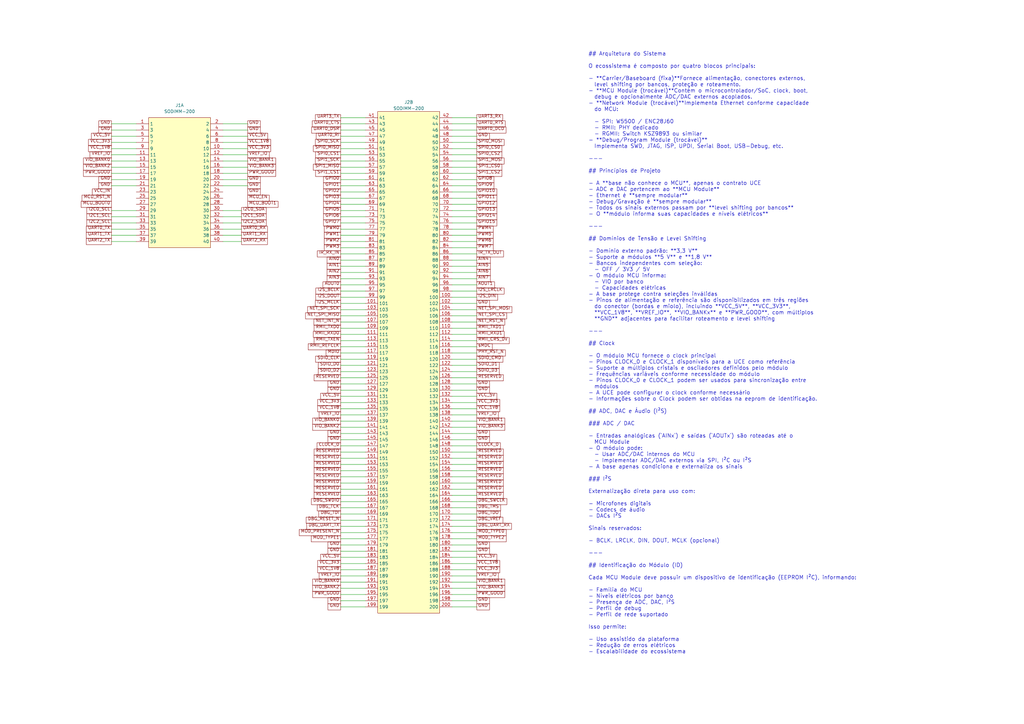
<source format=kicad_sch>
(kicad_sch (version 20250114) (generator "eeschema") (generator_version "9.0")
  (paper "A3")
  (title_block (title "UCE Bus (SO-DIMM 200)") (date "2025-12-31") (rev "0.5") (company "Rapport Tecnologia"))
  (lib_symbols
    (symbol "Connector:SODIMM-200"
      (property "Reference" "J" (at 0 1.27 0))
      (property "Value" "SODIMM-200" (at 0 -1.27 0))
      (symbol "SODIMM-200_1_1"
        (rectangle (start -12.7 25.4) (end 12.7 -27.94) (fill (type background)))
        (pin passive line (at -17.78 22.86 0) (length 5.08) (name "1") (number "1"))
        (pin passive line (at -17.78 20.32 0) (length 5.08) (name "3") (number "3"))
        (pin passive line (at -17.78 17.78 0) (length 5.08) (name "5") (number "5"))
        (pin passive line (at -17.78 15.24 0) (length 5.08) (name "7") (number "7"))
        (pin passive line (at -17.78 12.7 0) (length 5.08) (name "9") (number "9"))
        (pin passive line (at -17.78 10.16 0) (length 5.08) (name "11") (number "11"))
        (pin passive line (at -17.78 7.62 0) (length 5.08) (name "13") (number "13"))
        (pin passive line (at -17.78 5.08 0) (length 5.08) (name "15") (number "15"))
        (pin passive line (at -17.78 2.54 0) (length 5.08) (name "17") (number "17"))
        (pin passive line (at -17.78 0 0) (length 5.08) (name "19") (number "19"))
        (pin passive line (at -17.78 -2.54 0) (length 5.08) (name "21") (number "21"))
        (pin passive line (at -17.78 -5.08 0) (length 5.08) (name "23") (number "23"))
        (pin passive line (at -17.78 -7.62 0) (length 5.08) (name "25") (number "25"))
        (pin passive line (at -17.78 -10.16 0) (length 5.08) (name "27") (number "27"))
        (pin passive line (at -17.78 -12.7 0) (length 5.08) (name "29") (number "29"))
        (pin passive line (at -17.78 -15.24 0) (length 5.08) (name "31") (number "31"))
        (pin passive line (at -17.78 -17.78 0) (length 5.08) (name "33") (number "33"))
        (pin passive line (at -17.78 -20.32 0) (length 5.08) (name "35") (number "35"))
        (pin passive line (at -17.78 -22.86 0) (length 5.08) (name "37") (number "37"))
        (pin passive line (at -17.78 -25.4 0) (length 5.08) (name "39") (number "39"))
        (pin passive line (at 17.78 22.86 180) (length 5.08) (name "2") (number "2"))
        (pin passive line (at 17.78 20.32 180) (length 5.08) (name "4") (number "4"))
        (pin passive line (at 17.78 17.78 180) (length 5.08) (name "6") (number "6"))
        (pin passive line (at 17.78 15.24 180) (length 5.08) (name "8") (number "8"))
        (pin passive line (at 17.78 12.7 180) (length 5.08) (name "10") (number "10"))
        (pin passive line (at 17.78 10.16 180) (length 5.08) (name "12") (number "12"))
        (pin passive line (at 17.78 7.62 180) (length 5.08) (name "14") (number "14"))
        (pin passive line (at 17.78 5.08 180) (length 5.08) (name "16") (number "16"))
        (pin passive line (at 17.78 2.54 180) (length 5.08) (name "18") (number "18"))
        (pin passive line (at 17.78 0 180) (length 5.08) (name "20") (number "20"))
        (pin passive line (at 17.78 -2.54 180) (length 5.08) (name "22") (number "22"))
        (pin passive line (at 17.78 -5.08 180) (length 5.08) (name "24") (number "24"))
        (pin passive line (at 17.78 -7.62 180) (length 5.08) (name "26") (number "26"))
        (pin passive line (at 17.78 -10.16 180) (length 5.08) (name "28") (number "28"))
        (pin passive line (at 17.78 -12.7 180) (length 5.08) (name "30") (number "30"))
        (pin passive line (at 17.78 -15.24 180) (length 5.08) (name "32") (number "32"))
        (pin passive line (at 17.78 -17.78 180) (length 5.08) (name "34") (number "34"))
        (pin passive line (at 17.78 -20.32 180) (length 5.08) (name "36") (number "36"))
        (pin passive line (at 17.78 -22.86 180) (length 5.08) (name "38") (number "38"))
        (pin passive line (at 17.78 -25.4 180) (length 5.08) (name "40") (number "40"))
      )
      (symbol "SODIMM-200_2_1"
        (rectangle (start -12.7 -104.14) (end 12.7 101.6) (fill (type background)))
        (pin passive line (at -17.78 99.06 0) (length 5.08) (name "41") (number "41"))
        (pin passive line (at -17.78 96.52 0) (length 5.08) (name "43") (number "43"))
        (pin passive line (at -17.78 93.98 0) (length 5.08) (name "45") (number "45"))
        (pin passive line (at -17.78 91.44 0) (length 5.08) (name "47") (number "47"))
        (pin passive line (at -17.78 88.9 0) (length 5.08) (name "49") (number "49"))
        (pin passive line (at -17.78 86.36 0) (length 5.08) (name "51") (number "51"))
        (pin passive line (at -17.78 83.82 0) (length 5.08) (name "53") (number "53"))
        (pin passive line (at -17.78 81.28 0) (length 5.08) (name "55") (number "55"))
        (pin passive line (at -17.78 78.74 0) (length 5.08) (name "57") (number "57"))
        (pin passive line (at -17.78 76.2 0) (length 5.08) (name "59") (number "59"))
        (pin passive line (at -17.78 73.66 0) (length 5.08) (name "61") (number "61"))
        (pin passive line (at -17.78 71.12 0) (length 5.08) (name "63") (number "63"))
        (pin passive line (at -17.78 68.58 0) (length 5.08) (name "65") (number "65"))
        (pin passive line (at -17.78 66.04 0) (length 5.08) (name "67") (number "67"))
        (pin passive line (at -17.78 63.5 0) (length 5.08) (name "69") (number "69"))
        (pin passive line (at -17.78 60.96 0) (length 5.08) (name "71") (number "71"))
        (pin passive line (at -17.78 58.42 0) (length 5.08) (name "73") (number "73"))
        (pin passive line (at -17.78 55.88 0) (length 5.08) (name "75") (number "75"))
        (pin passive line (at -17.78 53.34 0) (length 5.08) (name "77") (number "77"))
        (pin passive line (at -17.78 50.8 0) (length 5.08) (name "79") (number "79"))
        (pin passive line (at -17.78 48.26 0) (length 5.08) (name "81") (number "81"))
        (pin passive line (at -17.78 45.72 0) (length 5.08) (name "83") (number "83"))
        (pin passive line (at -17.78 43.18 0) (length 5.08) (name "85") (number "85"))
        (pin passive line (at -17.78 40.64 0) (length 5.08) (name "87") (number "87"))
        (pin passive line (at -17.78 38.1 0) (length 5.08) (name "89") (number "89"))
        (pin passive line (at -17.78 35.56 0) (length 5.08) (name "91") (number "91"))
        (pin passive line (at -17.78 33.02 0) (length 5.08) (name "93") (number "93"))
        (pin passive line (at -17.78 30.48 0) (length 5.08) (name "95") (number "95"))
        (pin passive line (at -17.78 27.94 0) (length 5.08) (name "97") (number "97"))
        (pin passive line (at -17.78 25.4 0) (length 5.08) (name "99") (number "99"))
        (pin passive line (at -17.78 22.86 0) (length 5.08) (name "101") (number "101"))
        (pin passive line (at -17.78 20.32 0) (length 5.08) (name "103") (number "103"))
        (pin passive line (at -17.78 17.78 0) (length 5.08) (name "105") (number "105"))
        (pin passive line (at -17.78 15.24 0) (length 5.08) (name "107") (number "107"))
        (pin passive line (at -17.78 12.7 0) (length 5.08) (name "109") (number "109"))
        (pin passive line (at -17.78 10.16 0) (length 5.08) (name "111") (number "111"))
        (pin passive line (at -17.78 7.62 0) (length 5.08) (name "113") (number "113"))
        (pin passive line (at -17.78 5.08 0) (length 5.08) (name "115") (number "115"))
        (pin passive line (at -17.78 2.54 0) (length 5.08) (name "117") (number "117"))
        (pin passive line (at -17.78 0 0) (length 5.08) (name "119") (number "119"))
        (pin passive line (at -17.78 -2.54 0) (length 5.08) (name "121") (number "121"))
        (pin passive line (at -17.78 -5.08 0) (length 5.08) (name "123") (number "123"))
        (pin passive line (at -17.78 -7.62 0) (length 5.08) (name "125") (number "125"))
        (pin passive line (at -17.78 -10.16 0) (length 5.08) (name "127") (number "127"))
        (pin passive line (at -17.78 -12.7 0) (length 5.08) (name "129") (number "129"))
        (pin passive line (at -17.78 -15.24 0) (length 5.08) (name "131") (number "131"))
        (pin passive line (at -17.78 -17.78 0) (length 5.08) (name "133") (number "133"))
        (pin passive line (at -17.78 -20.32 0) (length 5.08) (name "135") (number "135"))
        (pin passive line (at -17.78 -22.86 0) (length 5.08) (name "137") (number "137"))
        (pin passive line (at -17.78 -25.4 0) (length 5.08) (name "139") (number "139"))
        (pin passive line (at -17.78 -27.94 0) (length 5.08) (name "141") (number "141"))
        (pin passive line (at -17.78 -30.48 0) (length 5.08) (name "143") (number "143"))
        (pin passive line (at -17.78 -33.02 0) (length 5.08) (name "145") (number "145"))
        (pin passive line (at -17.78 -35.56 0) (length 5.08) (name "147") (number "147"))
        (pin passive line (at -17.78 -38.1 0) (length 5.08) (name "149") (number "149"))
        (pin passive line (at -17.78 -40.64 0) (length 5.08) (name "151") (number "151"))
        (pin passive line (at -17.78 -43.18 0) (length 5.08) (name "153") (number "153"))
        (pin passive line (at -17.78 -45.72 0) (length 5.08) (name "155") (number "155"))
        (pin passive line (at -17.78 -48.26 0) (length 5.08) (name "157") (number "157"))
        (pin passive line (at -17.78 -50.8 0) (length 5.08) (name "159") (number "159"))
        (pin passive line (at -17.78 -53.34 0) (length 5.08) (name "161") (number "161"))
        (pin passive line (at -17.78 -55.88 0) (length 5.08) (name "163") (number "163"))
        (pin passive line (at -17.78 -58.42 0) (length 5.08) (name "165") (number "165"))
        (pin passive line (at -17.78 -60.96 0) (length 5.08) (name "167") (number "167"))
        (pin passive line (at -17.78 -63.5 0) (length 5.08) (name "169") (number "169"))
        (pin passive line (at -17.78 -66.04 0) (length 5.08) (name "171") (number "171"))
        (pin passive line (at -17.78 -68.58 0) (length 5.08) (name "173") (number "173"))
        (pin passive line (at -17.78 -71.12 0) (length 5.08) (name "175") (number "175"))
        (pin passive line (at -17.78 -73.66 0) (length 5.08) (name "177") (number "177"))
        (pin passive line (at -17.78 -76.2 0) (length 5.08) (name "179") (number "179"))
        (pin passive line (at -17.78 -78.74 0) (length 5.08) (name "181") (number "181"))
        (pin passive line (at -17.78 -81.28 0) (length 5.08) (name "183") (number "183"))
        (pin passive line (at -17.78 -83.82 0) (length 5.08) (name "185") (number "185"))
        (pin passive line (at -17.78 -86.36 0) (length 5.08) (name "187") (number "187"))
        (pin passive line (at -17.78 -88.9 0) (length 5.08) (name "189") (number "189"))
        (pin passive line (at -17.78 -91.44 0) (length 5.08) (name "191") (number "191"))
        (pin passive line (at -17.78 -93.98 0) (length 5.08) (name "193") (number "193"))
        (pin passive line (at -17.78 -96.52 0) (length 5.08) (name "195") (number "195"))
        (pin passive line (at -17.78 -99.06 0) (length 5.08) (name "197") (number "197"))
        (pin passive line (at -17.78 -101.6 0) (length 5.08) (name "199") (number "199"))
        (pin passive line (at 17.78 99.06 180) (length 5.08) (name "42") (number "42"))
        (pin passive line (at 17.78 96.52 180) (length 5.08) (name "44") (number "44"))
        (pin passive line (at 17.78 93.98 180) (length 5.08) (name "46") (number "46"))
        (pin passive line (at 17.78 91.44 180) (length 5.08) (name "48") (number "48"))
        (pin passive line (at 17.78 88.9 180) (length 5.08) (name "50") (number "50"))
        (pin passive line (at 17.78 86.36 180) (length 5.08) (name "52") (number "52"))
        (pin passive line (at 17.78 83.82 180) (length 5.08) (name "54") (number "54"))
        (pin passive line (at 17.78 81.28 180) (length 5.08) (name "56") (number "56"))
        (pin passive line (at 17.78 78.74 180) (length 5.08) (name "58") (number "58"))
        (pin passive line (at 17.78 76.2 180) (length 5.08) (name "60") (number "60"))
        (pin passive line (at 17.78 73.66 180) (length 5.08) (name "62") (number "62"))
        (pin passive line (at 17.78 71.12 180) (length 5.08) (name "64") (number "64"))
        (pin passive line (at 17.78 68.58 180) (length 5.08) (name "66") (number "66"))
        (pin passive line (at 17.78 66.04 180) (length 5.08) (name "68") (number "68"))
        (pin passive line (at 17.78 63.5 180) (length 5.08) (name "70") (number "70"))
        (pin passive line (at 17.78 60.96 180) (length 5.08) (name "72") (number "72"))
        (pin passive line (at 17.78 58.42 180) (length 5.08) (name "74") (number "74"))
        (pin passive line (at 17.78 55.88 180) (length 5.08) (name "76") (number "76"))
        (pin passive line (at 17.78 53.34 180) (length 5.08) (name "78") (number "78"))
        (pin passive line (at 17.78 50.8 180) (length 5.08) (name "80") (number "80"))
        (pin passive line (at 17.78 48.26 180) (length 5.08) (name "82") (number "82"))
        (pin passive line (at 17.78 45.72 180) (length 5.08) (name "84") (number "84"))
        (pin passive line (at 17.78 43.18 180) (length 5.08) (name "86") (number "86"))
        (pin passive line (at 17.78 40.64 180) (length 5.08) (name "88") (number "88"))
        (pin passive line (at 17.78 38.1 180) (length 5.08) (name "90") (number "90"))
        (pin passive line (at 17.78 35.56 180) (length 5.08) (name "92") (number "92"))
        (pin passive line (at 17.78 33.02 180) (length 5.08) (name "94") (number "94"))
        (pin passive line (at 17.78 30.48 180) (length 5.08) (name "96") (number "96"))
        (pin passive line (at 17.78 27.94 180) (length 5.08) (name "98") (number "98"))
        (pin passive line (at 17.78 25.4 180) (length 5.08) (name "100") (number "100"))
        (pin passive line (at 17.78 22.86 180) (length 5.08) (name "102") (number "102"))
        (pin passive line (at 17.78 20.32 180) (length 5.08) (name "104") (number "104"))
        (pin passive line (at 17.78 17.78 180) (length 5.08) (name "106") (number "106"))
        (pin passive line (at 17.78 15.24 180) (length 5.08) (name "108") (number "108"))
        (pin passive line (at 17.78 12.7 180) (length 5.08) (name "110") (number "110"))
        (pin passive line (at 17.78 10.16 180) (length 5.08) (name "112") (number "112"))
        (pin passive line (at 17.78 7.62 180) (length 5.08) (name "114") (number "114"))
        (pin passive line (at 17.78 5.08 180) (length 5.08) (name "116") (number "116"))
        (pin passive line (at 17.78 2.54 180) (length 5.08) (name "118") (number "118"))
        (pin passive line (at 17.78 0 180) (length 5.08) (name "120") (number "120"))
        (pin passive line (at 17.78 -2.54 180) (length 5.08) (name "122") (number "122"))
        (pin passive line (at 17.78 -5.08 180) (length 5.08) (name "124") (number "124"))
        (pin passive line (at 17.78 -7.62 180) (length 5.08) (name "126") (number "126"))
        (pin passive line (at 17.78 -10.16 180) (length 5.08) (name "128") (number "128"))
        (pin passive line (at 17.78 -12.7 180) (length 5.08) (name "130") (number "130"))
        (pin passive line (at 17.78 -15.24 180) (length 5.08) (name "132") (number "132"))
        (pin passive line (at 17.78 -17.78 180) (length 5.08) (name "134") (number "134"))
        (pin passive line (at 17.78 -20.32 180) (length 5.08) (name "136") (number "136"))
        (pin passive line (at 17.78 -22.86 180) (length 5.08) (name "138") (number "138"))
        (pin passive line (at 17.78 -25.4 180) (length 5.08) (name "140") (number "140"))
        (pin passive line (at 17.78 -27.94 180) (length 5.08) (name "142") (number "142"))
        (pin passive line (at 17.78 -30.48 180) (length 5.08) (name "144") (number "144"))
        (pin passive line (at 17.78 -33.02 180) (length 5.08) (name "146") (number "146"))
        (pin passive line (at 17.78 -35.56 180) (length 5.08) (name "148") (number "148"))
        (pin passive line (at 17.78 -38.1 180) (length 5.08) (name "150") (number "150"))
        (pin passive line (at 17.78 -40.64 180) (length 5.08) (name "152") (number "152"))
        (pin passive line (at 17.78 -43.18 180) (length 5.08) (name "154") (number "154"))
        (pin passive line (at 17.78 -45.72 180) (length 5.08) (name "156") (number "156"))
        (pin passive line (at 17.78 -48.26 180) (length 5.08) (name "158") (number "158"))
        (pin passive line (at 17.78 -50.8 180) (length 5.08) (name "160") (number "160"))
        (pin passive line (at 17.78 -53.34 180) (length 5.08) (name "162") (number "162"))
        (pin passive line (at 17.78 -55.88 180) (length 5.08) (name "164") (number "164"))
        (pin passive line (at 17.78 -58.42 180) (length 5.08) (name "166") (number "166"))
        (pin passive line (at 17.78 -60.96 180) (length 5.08) (name "168") (number "168"))
        (pin passive line (at 17.78 -63.5 180) (length 5.08) (name "170") (number "170"))
        (pin passive line (at 17.78 -66.04 180) (length 5.08) (name "172") (number "172"))
        (pin passive line (at 17.78 -68.58 180) (length 5.08) (name "174") (number "174"))
        (pin passive line (at 17.78 -71.12 180) (length 5.08) (name "176") (number "176"))
        (pin passive line (at 17.78 -73.66 180) (length 5.08) (name "178") (number "178"))
        (pin passive line (at 17.78 -76.2 180) (length 5.08) (name "180") (number "180"))
        (pin passive line (at 17.78 -78.74 180) (length 5.08) (name "182") (number "182"))
        (pin passive line (at 17.78 -81.28 180) (length 5.08) (name "184") (number "184"))
        (pin passive line (at 17.78 -83.82 180) (length 5.08) (name "186") (number "186"))
        (pin passive line (at 17.78 -86.36 180) (length 5.08) (name "188") (number "188"))
        (pin passive line (at 17.78 -88.9 180) (length 5.08) (name "190") (number "190"))
        (pin passive line (at 17.78 -91.44 180) (length 5.08) (name "192") (number "192"))
        (pin passive line (at 17.78 -93.98 180) (length 5.08) (name "194") (number "194"))
        (pin passive line (at 17.78 -96.52 180) (length 5.08) (name "196") (number "196"))
        (pin passive line (at 17.78 -99.06 180) (length 5.08) (name "198") (number "198"))
        (pin passive line (at 17.78 -101.6 180) (length 5.08) (name "200") (number "200"))
      )
    )
  )
  (text "## Arquitetura do Sistema\n\nO ecossistema é composto por quatro blocos principais:\n\n- **Carrier/Baseboard (fixa)**Fornece alimentação, conectores externos, \n  level shifting por bancos, proteção e roteamento.\n- **MCU Module (trocável)**Contém o microcontrolador/SoC, clock, boot, \n  debug e opcionalmente ADC/DAC externos acoplados.\n- **Network Module (trocável)**Implementa Ethernet conforme capacidade \n  do MCU:\n\n  - SPI: W5500 / ENC28J60\n  - RMII: PHY dedicado\n  - RGMII: Switch KSZ9893 ou similar\n- **Debug/Program Module (trocável)**\n  Implementa SWD, JTAG, ISP, UPDI, Serial Boot, USB-Debug, etc.\n\n---\n\n## Princípios de Projeto\n\n- A **base não conhece o MCU**, apenas o contrato UCE\n- ADC e DAC pertencem ao **MCU Module**\n- Ethernet é **sempre modular**\n- Debug/Gravação é **sempre modular**\n- Todos os sinais externos passam por **level shifting por bancos**\n- O **módulo informa suas capacidades e níveis elétricos**\n\n---\n\n## Domínios de Tensão e Level Shifting\n\n- Domínio externo padrão: **3,3 V**\n- Suporte a módulos **5 V** e **1,8 V**\n- Bancos independentes com seleção:\n  - OFF / 3V3 / 5V\n- O módulo MCU informa:\n  - VIO por banco\n  - Capacidades elétricas\n- A base protege contra seleções inválidas\n- Pinos de alimentação e referência são disponibilizados em três regiões\n  do conector (bordas e miolo), incluindo **VCC_5V**, **VCC_3V3**, \n  **VCC_1V8**, **VREF_IO**, **VIO_BANKx** e **PWR_GOOD**, com múltiplos \n  **GND** adjacentes para facilitar roteamento e level shifting\n\n---\n\n## Clock\n\n- O módulo MCU fornece o clock principal\n- Pinos CLOCK_0 e CLOCK_1 disponíveis para a UCE como referência\n- Suporte a múltiplos cristais e osciladores definidos pelo módulo\n- Frequências variáveis conforme necessidade do módulo\n- Pinos CLOCK_0 e CLOCK_1 podem ser usados para sincronização entre \n  módulos\n- A UCE pode configurar o clock conforme necessário\n- Informações sobre o Clock podem ser obtidas na eeprom de identificação.\n\n## ADC, DAC e Áudio (I²S)\n\n### ADC / DAC\n\n- Entradas analógicas (`AINx`) e saídas (`AOUTx`) são roteadas até o \n  MCU Module\n- O módulo pode:\n  - Usar ADC/DAC internos do MCU\n  - Implementar ADC/DAC externos via SPI, I²C ou I²S\n- A base apenas condiciona e externaliza os sinais\n\n### I²S\n\nExternalização direta para uso com:\n\n- Microfones digitais\n- Codecs de áudio\n- DACs I²S\n\nSinais reservados:\n\n- BCLK, LRCLK, DIN, DOUT, MCLK (opcional)\n\n---\n\n## Identificação do Módulo (ID)\n\nCada MCU Module deve possuir um dispositivo de identificação (EEPROM I²C), informando:\n\n- Família do MCU\n- Níveis elétricos por banco\n- Presença de ADC, DAC, I²S\n- Perfil de debug\n- Perfil de rede suportado\n\nIsso permite:\n\n- Uso assistido da plataforma\n- Redução de erros elétricos\n- Escalabilidade do ecossistema\n" (exclude_from_sim yes) (at 241.3 144.78 0) (effects (font (size 1.57 1.57)) (justify left)))
  (wire (pts (xy 139.7 63.5) (xy 149.86 63.5)))
  (wire (pts (xy 139.7 137.16) (xy 149.86 137.16)))
  (wire (pts (xy 185.42 152.4) (xy 195.58 152.4)))
  (wire (pts (xy 139.7 165.1) (xy 149.86 165.1)))
  (wire (pts (xy 45.72 68.58) (xy 55.88 68.58)))
  (wire (pts (xy 185.42 213.36) (xy 195.58 213.36)))
  (wire (pts (xy 185.42 205.74) (xy 195.58 205.74)))
  (wire (pts (xy 185.42 165.1) (xy 195.58 165.1)))
  (wire (pts (xy 185.42 226.06) (xy 195.58 226.06)))
  (wire (pts (xy 139.7 226.06) (xy 149.86 226.06)))
  (wire (pts (xy 185.42 66.04) (xy 195.58 66.04)))
  (wire (pts (xy 139.7 210.82) (xy 149.86 210.82)))
  (wire (pts (xy 139.7 111.76) (xy 149.86 111.76)))
  (wire (pts (xy 139.7 48.26) (xy 149.86 48.26)))
  (wire (pts (xy 139.7 185.42) (xy 149.86 185.42)))
  (wire (pts (xy 185.42 162.56) (xy 195.58 162.56)))
  (wire (pts (xy 139.7 86.36) (xy 149.86 86.36)))
  (wire (pts (xy 185.42 149.86) (xy 195.58 149.86)))
  (wire (pts (xy 139.7 116.84) (xy 149.86 116.84)))
  (wire (pts (xy 45.72 66.04) (xy 55.88 66.04)))
  (wire (pts (xy 139.7 55.88) (xy 149.86 55.88)))
  (wire (pts (xy 185.42 127) (xy 195.58 127)))
  (wire (pts (xy 139.7 238.76) (xy 149.86 238.76)))
  (wire (pts (xy 185.42 71.12) (xy 195.58 71.12)))
  (wire (pts (xy 185.42 139.7) (xy 195.58 139.7)))
  (wire (pts (xy 45.72 76.2) (xy 55.88 76.2)))
  (wire (pts (xy 139.7 96.52) (xy 149.86 96.52)))
  (wire (pts (xy 139.7 66.04) (xy 149.86 66.04)))
  (wire (pts (xy 45.72 91.44) (xy 55.88 91.44)))
  (wire (pts (xy 45.72 73.66) (xy 55.88 73.66)))
  (wire (pts (xy 91.44 55.88) (xy 101.6 55.88)))
  (wire (pts (xy 185.42 215.9) (xy 195.58 215.9)))
  (wire (pts (xy 139.7 154.94) (xy 149.86 154.94)))
  (wire (pts (xy 139.7 160.02) (xy 149.86 160.02)))
  (wire (pts (xy 185.42 58.42) (xy 195.58 58.42)))
  (wire (pts (xy 185.42 144.78) (xy 195.58 144.78)))
  (wire (pts (xy 185.42 177.8) (xy 195.58 177.8)))
  (wire (pts (xy 139.7 152.4) (xy 149.86 152.4)))
  (wire (pts (xy 185.42 83.82) (xy 195.58 83.82)))
  (wire (pts (xy 185.42 96.52) (xy 195.58 96.52)))
  (wire (pts (xy 91.44 50.8) (xy 101.6 50.8)))
  (wire (pts (xy 139.7 127) (xy 149.86 127)))
  (wire (pts (xy 185.42 223.52) (xy 195.58 223.52)))
  (wire (pts (xy 185.42 243.84) (xy 195.58 243.84)))
  (wire (pts (xy 139.7 93.98) (xy 149.86 93.98)))
  (wire (pts (xy 139.7 99.06) (xy 149.86 99.06)))
  (wire (pts (xy 139.7 132.08) (xy 149.86 132.08)))
  (wire (pts (xy 139.7 58.42) (xy 149.86 58.42)))
  (wire (pts (xy 185.42 190.5) (xy 195.58 190.5)))
  (wire (pts (xy 139.7 114.3) (xy 149.86 114.3)))
  (wire (pts (xy 91.44 71.12) (xy 101.6 71.12)))
  (wire (pts (xy 91.44 73.66) (xy 101.6 73.66)))
  (wire (pts (xy 185.42 167.64) (xy 195.58 167.64)))
  (wire (pts (xy 45.72 63.5) (xy 55.88 63.5)))
  (wire (pts (xy 139.7 246.38) (xy 149.86 246.38)))
  (wire (pts (xy 45.72 50.8) (xy 55.88 50.8)))
  (wire (pts (xy 185.42 154.94) (xy 195.58 154.94)))
  (wire (pts (xy 185.42 132.08) (xy 195.58 132.08)))
  (wire (pts (xy 185.42 175.26) (xy 195.58 175.26)))
  (wire (pts (xy 185.42 76.2) (xy 195.58 76.2)))
  (wire (pts (xy 185.42 172.72) (xy 195.58 172.72)))
  (wire (pts (xy 139.7 129.54) (xy 149.86 129.54)))
  (wire (pts (xy 185.42 91.44) (xy 195.58 91.44)))
  (wire (pts (xy 139.7 243.84) (xy 149.86 243.84)))
  (wire (pts (xy 139.7 60.96) (xy 149.86 60.96)))
  (wire (pts (xy 139.7 101.6) (xy 149.86 101.6)))
  (wire (pts (xy 185.42 134.62) (xy 195.58 134.62)))
  (wire (pts (xy 139.7 193.04) (xy 149.86 193.04)))
  (wire (pts (xy 185.42 238.76) (xy 195.58 238.76)))
  (wire (pts (xy 139.7 200.66) (xy 149.86 200.66)))
  (wire (pts (xy 139.7 124.46) (xy 149.86 124.46)))
  (wire (pts (xy 185.42 109.22) (xy 195.58 109.22)))
  (wire (pts (xy 91.44 58.42) (xy 101.6 58.42)))
  (wire (pts (xy 45.72 99.06) (xy 55.88 99.06)))
  (wire (pts (xy 185.42 231.14) (xy 195.58 231.14)))
  (wire (pts (xy 139.7 215.9) (xy 149.86 215.9)))
  (wire (pts (xy 185.42 185.42) (xy 195.58 185.42)))
  (wire (pts (xy 139.7 198.12) (xy 149.86 198.12)))
  (wire (pts (xy 185.42 93.98) (xy 195.58 93.98)))
  (wire (pts (xy 185.42 111.76) (xy 195.58 111.76)))
  (wire (pts (xy 185.42 203.2) (xy 195.58 203.2)))
  (wire (pts (xy 139.7 71.12) (xy 149.86 71.12)))
  (wire (pts (xy 139.7 236.22) (xy 149.86 236.22)))
  (wire (pts (xy 185.42 68.58) (xy 195.58 68.58)))
  (wire (pts (xy 139.7 248.92) (xy 149.86 248.92)))
  (wire (pts (xy 185.42 187.96) (xy 195.58 187.96)))
  (wire (pts (xy 45.72 55.88) (xy 55.88 55.88)))
  (wire (pts (xy 91.44 68.58) (xy 101.6 68.58)))
  (wire (pts (xy 45.72 93.98) (xy 55.88 93.98)))
  (wire (pts (xy 139.7 78.74) (xy 149.86 78.74)))
  (wire (pts (xy 139.7 203.2) (xy 149.86 203.2)))
  (wire (pts (xy 185.42 121.92) (xy 195.58 121.92)))
  (wire (pts (xy 91.44 60.96) (xy 101.6 60.96)))
  (wire (pts (xy 139.7 213.36) (xy 149.86 213.36)))
  (wire (pts (xy 185.42 157.48) (xy 195.58 157.48)))
  (wire (pts (xy 139.7 157.48) (xy 149.86 157.48)))
  (wire (pts (xy 139.7 139.7) (xy 149.86 139.7)))
  (wire (pts (xy 139.7 149.86) (xy 149.86 149.86)))
  (wire (pts (xy 185.42 129.54) (xy 195.58 129.54)))
  (wire (pts (xy 185.42 160.02) (xy 195.58 160.02)))
  (wire (pts (xy 139.7 170.18) (xy 149.86 170.18)))
  (wire (pts (xy 185.42 137.16) (xy 195.58 137.16)))
  (wire (pts (xy 139.7 134.62) (xy 149.86 134.62)))
  (wire (pts (xy 139.7 175.26) (xy 149.86 175.26)))
  (wire (pts (xy 185.42 182.88) (xy 195.58 182.88)))
  (wire (pts (xy 91.44 86.36) (xy 99.06 86.36)))
  (wire (pts (xy 185.42 101.6) (xy 195.58 101.6)))
  (wire (pts (xy 185.42 88.9) (xy 195.58 88.9)))
  (wire (pts (xy 139.7 195.58) (xy 149.86 195.58)))
  (wire (pts (xy 139.7 162.56) (xy 149.86 162.56)))
  (wire (pts (xy 139.7 73.66) (xy 149.86 73.66)))
  (wire (pts (xy 139.7 144.78) (xy 149.86 144.78)))
  (wire (pts (xy 185.42 50.8) (xy 195.58 50.8)))
  (wire (pts (xy 139.7 180.34) (xy 149.86 180.34)))
  (wire (pts (xy 45.72 58.42) (xy 55.88 58.42)))
  (wire (pts (xy 185.42 180.34) (xy 195.58 180.34)))
  (wire (pts (xy 139.7 119.38) (xy 149.86 119.38)))
  (wire (pts (xy 185.42 106.68) (xy 195.58 106.68)))
  (wire (pts (xy 185.42 142.24) (xy 195.58 142.24)))
  (wire (pts (xy 139.7 83.82) (xy 149.86 83.82)))
  (wire (pts (xy 185.42 99.06) (xy 195.58 99.06)))
  (wire (pts (xy 185.42 63.5) (xy 195.58 63.5)))
  (wire (pts (xy 185.42 210.82) (xy 195.58 210.82)))
  (wire (pts (xy 185.42 193.04) (xy 195.58 193.04)))
  (wire (pts (xy 185.42 248.92) (xy 195.58 248.92)))
  (wire (pts (xy 185.42 147.32) (xy 195.58 147.32)))
  (wire (pts (xy 91.44 63.5) (xy 101.6 63.5)))
  (wire (pts (xy 139.7 223.52) (xy 149.86 223.52)))
  (wire (pts (xy 185.42 53.34) (xy 195.58 53.34)))
  (wire (pts (xy 139.7 104.14) (xy 149.86 104.14)))
  (wire (pts (xy 185.42 195.58) (xy 195.58 195.58)))
  (wire (pts (xy 139.7 106.68) (xy 149.86 106.68)))
  (wire (pts (xy 185.42 220.98) (xy 195.58 220.98)))
  (wire (pts (xy 185.42 104.14) (xy 195.58 104.14)))
  (wire (pts (xy 185.42 236.22) (xy 195.58 236.22)))
  (wire (pts (xy 139.7 88.9) (xy 149.86 88.9)))
  (wire (pts (xy 139.7 228.6) (xy 149.86 228.6)))
  (wire (pts (xy 91.44 53.34) (xy 101.6 53.34)))
  (wire (pts (xy 185.42 48.26) (xy 195.58 48.26)))
  (wire (pts (xy 45.72 71.12) (xy 55.88 71.12)))
  (wire (pts (xy 139.7 241.3) (xy 149.86 241.3)))
  (wire (pts (xy 185.42 198.12) (xy 195.58 198.12)))
  (wire (pts (xy 185.42 60.96) (xy 195.58 60.96)))
  (wire (pts (xy 185.42 233.68) (xy 195.58 233.68)))
  (wire (pts (xy 139.7 109.22) (xy 149.86 109.22)))
  (wire (pts (xy 139.7 121.92) (xy 149.86 121.92)))
  (wire (pts (xy 185.42 119.38) (xy 195.58 119.38)))
  (wire (pts (xy 185.42 246.38) (xy 195.58 246.38)))
  (wire (pts (xy 45.72 96.52) (xy 55.88 96.52)))
  (wire (pts (xy 185.42 241.3) (xy 195.58 241.3)))
  (wire (pts (xy 139.7 147.32) (xy 149.86 147.32)))
  (wire (pts (xy 139.7 50.8) (xy 149.86 50.8)))
  (wire (pts (xy 139.7 220.98) (xy 149.86 220.98)))
  (wire (pts (xy 185.42 55.88) (xy 195.58 55.88)))
  (wire (pts (xy 139.7 76.2) (xy 149.86 76.2)))
  (wire (pts (xy 185.42 73.66) (xy 195.58 73.66)))
  (wire (pts (xy 139.7 68.58) (xy 149.86 68.58)))
  (wire (pts (xy 139.7 218.44) (xy 149.86 218.44)))
  (wire (pts (xy 139.7 167.64) (xy 149.86 167.64)))
  (wire (pts (xy 185.42 124.46) (xy 195.58 124.46)))
  (wire (pts (xy 139.7 190.5) (xy 149.86 190.5)))
  (wire (pts (xy 185.42 218.44) (xy 195.58 218.44)))
  (wire (pts (xy 139.7 177.8) (xy 149.86 177.8)))
  (wire (pts (xy 45.72 86.36) (xy 55.88 86.36)))
  (wire (pts (xy 139.7 53.34) (xy 149.86 53.34)))
  (wire (pts (xy 139.7 205.74) (xy 149.86 205.74)))
  (wire (pts (xy 185.42 116.84) (xy 195.58 116.84)))
  (wire (pts (xy 91.44 99.06) (xy 99.06 99.06)))
  (wire (pts (xy 139.7 182.88) (xy 149.86 182.88)))
  (wire (pts (xy 91.44 88.9) (xy 99.06 88.9)))
  (wire (pts (xy 91.44 93.98) (xy 99.06 93.98)))
  (wire (pts (xy 91.44 96.52) (xy 99.06 96.52)))
  (wire (pts (xy 139.7 187.96) (xy 149.86 187.96)))
  (wire (pts (xy 139.7 81.28) (xy 149.86 81.28)))
  (wire (pts (xy 185.42 86.36) (xy 195.58 86.36)))
  (wire (pts (xy 45.72 60.96) (xy 55.88 60.96)))
  (wire (pts (xy 185.42 114.3) (xy 195.58 114.3)))
  (wire (pts (xy 139.7 172.72) (xy 149.86 172.72)))
  (wire (pts (xy 139.7 231.14) (xy 149.86 231.14)))
  (wire (pts (xy 185.42 78.74) (xy 195.58 78.74)))
  (wire (pts (xy 91.44 76.2) (xy 101.6 76.2)))
  (wire (pts (xy 91.44 66.04) (xy 101.6 66.04)))
  (wire (pts (xy 185.42 170.18) (xy 195.58 170.18)))
  (wire (pts (xy 45.72 88.9) (xy 55.88 88.9)))
  (wire (pts (xy 185.42 200.66) (xy 195.58 200.66)))
  (wire (pts (xy 185.42 228.6) (xy 195.58 228.6)))
  (wire (pts (xy 185.42 208.28) (xy 195.58 208.28)))
  (wire (pts (xy 91.44 91.44) (xy 99.06 91.44)))
  (wire (pts (xy 139.7 233.68) (xy 149.86 233.68)))
  (wire (pts (xy 45.72 53.34) (xy 55.88 53.34)))
  (wire (pts (xy 185.42 81.28) (xy 195.58 81.28)))
  (wire (pts (xy 139.7 208.28) (xy 149.86 208.28)))
  (wire (pts (xy 139.7 142.24) (xy 149.86 142.24)))
  (wire (pts (xy 139.7 91.44) (xy 149.86 91.44)))
  (global_label "SDIO_D0" (shape passive) (at 139.7 149.86 180) (property "Intersheetrefs" "${INTERSHEET_REFS}" (effects (hide yes))))
  (global_label "DBG_SWCLK" (shape passive) (at 195.58 205.74 0) (property "Intersheetrefs" "${INTERSHEET_REFS}" (effects (hide yes))))
  (global_label "AOUT0" (shape passive) (at 139.7 116.84 180) (property "Intersheetrefs" "${INTERSHEET_REFS}" (effects (hide yes))))
  (global_label "VIO_BANK2" (shape passive) (at 139.7 175.26 180) (property "Intersheetrefs" "${INTERSHEET_REFS}" (effects (hide yes))))
  (global_label "UART0_RX" (shape passive) (at 99.06 93.98 0) (property "Intersheetrefs" "${INTERSHEET_REFS}" (effects (hide yes))))
  (global_label "AIN1" (shape passive) (at 139.7 109.22 180) (property "Intersheetrefs" "${INTERSHEET_REFS}" (effects (hide yes))))
  (global_label "NET_INT_N" (shape passive) (at 139.7 132.08 180) (property "Intersheetrefs" "${INTERSHEET_REFS}" (effects (hide yes))))
  (global_label "GND" (shape passive) (at 195.58 180.34 0) (property "Intersheetrefs" "${INTERSHEET_REFS}" (effects (hide yes))))
  (global_label "MOD_PRESENT_N" (shape passive) (at 139.7 218.44 180) (property "Intersheetrefs" "${INTERSHEET_REFS}" (effects (hide yes))))
  (global_label "RESERVED" (shape passive) (at 139.7 195.58 180) (property "Intersheetrefs" "${INTERSHEET_REFS}" (effects (hide yes))))
  (global_label "NET_RST_N" (shape passive) (at 195.58 132.08 0) (property "Intersheetrefs" "${INTERSHEET_REFS}" (effects (hide yes))))
  (global_label "UART0_DSR" (shape passive) (at 139.7 53.34 180) (property "Intersheetrefs" "${INTERSHEET_REFS}" (effects (hide yes))))
  (global_label "GND" (shape passive) (at 195.58 246.38 0) (property "Intersheetrefs" "${INTERSHEET_REFS}" (effects (hide yes))))
  (global_label "SDIO_D2" (shape passive) (at 139.7 152.4 180) (property "Intersheetrefs" "${INTERSHEET_REFS}" (effects (hide yes))))
  (global_label "RESERVED" (shape passive) (at 195.58 203.2 0) (property "Intersheetrefs" "${INTERSHEET_REFS}" (effects (hide yes))))
  (global_label "GND" (shape passive) (at 139.7 160.02 180) (property "Intersheetrefs" "${INTERSHEET_REFS}" (effects (hide yes))))
  (global_label "AIN3" (shape passive) (at 139.7 114.3 180) (property "Intersheetrefs" "${INTERSHEET_REFS}" (effects (hide yes))))
  (global_label "AIN7" (shape passive) (at 195.58 114.3 0) (property "Intersheetrefs" "${INTERSHEET_REFS}" (effects (hide yes))))
  (global_label "PWR_GOOD" (shape passive) (at 45.72 71.12 180) (property "Intersheetrefs" "${INTERSHEET_REFS}" (effects (hide yes))))
  (global_label "AIN6" (shape passive) (at 195.58 111.76 0) (property "Intersheetrefs" "${INTERSHEET_REFS}" (effects (hide yes))))
  (global_label "PWR_GOOD" (shape passive) (at 215.9 373.38 180) (property "Intersheetrefs" "${INTERSHEET_REFS}" (effects (hide yes))))
  (global_label "GND" (shape passive) (at 101.6 78.74 0) (property "Intersheetrefs" "${INTERSHEET_REFS}" (effects (hide yes))))
  (global_label "PWM2" (shape passive) (at 139.7 99.06 180) (property "Intersheetrefs" "${INTERSHEET_REFS}" (effects (hide yes))))
  (global_label "GPIO5" (shape passive) (at 139.7 86.36 180) (property "Intersheetrefs" "${INTERSHEET_REFS}" (effects (hide yes))))
  (global_label "GND" (shape passive) (at 195.58 55.88 0) (property "Intersheetrefs" "${INTERSHEET_REFS}" (effects (hide yes))))
  (global_label "RESERVED" (shape passive) (at 139.7 154.94 180) (property "Intersheetrefs" "${INTERSHEET_REFS}" (effects (hide yes))))
  (global_label "SPI0_CS0" (shape passive) (at 195.58 60.96 0) (property "Intersheetrefs" "${INTERSHEET_REFS}" (effects (hide yes))))
  (global_label "UART0_RI" (shape passive) (at 139.7 55.88 180) (property "Intersheetrefs" "${INTERSHEET_REFS}" (effects (hide yes))))
  (global_label "CLOCK_0" (shape passive) (at 139.7 182.88 180) (property "Intersheetrefs" "${INTERSHEET_REFS}" (effects (hide yes))))
  (global_label "GND" (shape passive) (at 195.58 160.02 0) (property "Intersheetrefs" "${INTERSHEET_REFS}" (effects (hide yes))))
  (global_label "DBG_TMS" (shape passive) (at 195.58 208.28 0) (property "Intersheetrefs" "${INTERSHEET_REFS}" (effects (hide yes))))
  (global_label "DBG_UART_RX" (shape passive) (at 195.58 215.9 0) (property "Intersheetrefs" "${INTERSHEET_REFS}" (effects (hide yes))))
  (global_label "SPI1_MISO" (shape passive) (at 139.7 68.58 180) (property "Intersheetrefs" "${INTERSHEET_REFS}" (effects (hide yes))))
  (global_label "GPIO8" (shape passive) (at 195.58 73.66 0) (property "Intersheetrefs" "${INTERSHEET_REFS}" (effects (hide yes))))
  (global_label "RMII_RXD0" (shape passive) (at 139.7 137.16 180) (property "Intersheetrefs" "${INTERSHEET_REFS}" (effects (hide yes))))
  (global_label "RESERVED" (shape passive) (at 139.7 203.2 180) (property "Intersheetrefs" "${INTERSHEET_REFS}" (effects (hide yes))))
  (global_label "UART0_TX" (shape passive) (at 45.72 93.98 180) (property "Intersheetrefs" "${INTERSHEET_REFS}" (effects (hide yes))))
  (global_label "DBG_RESET_N" (shape passive) (at 139.7 213.36 180) (property "Intersheetrefs" "${INTERSHEET_REFS}" (effects (hide yes))))
  (global_label "PWM6" (shape passive) (at 195.58 99.06 0) (property "Intersheetrefs" "${INTERSHEET_REFS}" (effects (hide yes))))
  (global_label "GPIO3" (shape passive) (at 139.7 81.28 180) (property "Intersheetrefs" "${INTERSHEET_REFS}" (effects (hide yes))))
  (global_label "VIO_BANK0" (shape passive) (at 139.7 172.72 180) (property "Intersheetrefs" "${INTERSHEET_REFS}" (effects (hide yes))))
  (global_label "VREF_IO" (shape passive) (at 195.58 236.22 0) (property "Intersheetrefs" "${INTERSHEET_REFS}" (effects (hide yes))))
  (global_label "AIN4" (shape passive) (at 195.58 106.68 0) (property "Intersheetrefs" "${INTERSHEET_REFS}" (effects (hide yes))))
  (global_label "MOD_TYPE1" (shape passive) (at 139.7 220.98 180) (property "Intersheetrefs" "${INTERSHEET_REFS}" (effects (hide yes))))
  (global_label "MDIO" (shape passive) (at 139.7 144.78 180) (property "Intersheetrefs" "${INTERSHEET_REFS}" (effects (hide yes))))
  (global_label "SPI1_SCK" (shape passive) (at 139.7 66.04 180) (property "Intersheetrefs" "${INTERSHEET_REFS}" (effects (hide yes))))
  (global_label "GPIO2" (shape passive) (at 139.7 78.74 180) (property "Intersheetrefs" "${INTERSHEET_REFS}" (effects (hide yes))))
  (global_label "DBG_TCK" (shape passive) (at 139.7 208.28 180) (property "Intersheetrefs" "${INTERSHEET_REFS}" (effects (hide yes))))
  (global_label "DBG_TDI" (shape passive) (at 139.7 210.82 180) (property "Intersheetrefs" "${INTERSHEET_REFS}" (effects (hide yes))))
  (global_label "I2S_DOUT" (shape passive) (at 139.7 121.92 180) (property "Intersheetrefs" "${INTERSHEET_REFS}" (effects (hide yes))))
  (global_label "sMDC" (shape passive) (at 195.58 142.24 0) (property "Intersheetrefs" "${INTERSHEET_REFS}" (effects (hide yes))))
  (global_label "CLOCK_0" (shape passive) (at 195.58 182.88 0) (property "Intersheetrefs" "${INTERSHEET_REFS}" (effects (hide yes))))
  (global_label "VCC_1V8" (shape passive) (at 195.58 167.64 0) (property "Intersheetrefs" "${INTERSHEET_REFS}" (effects (hide yes))))
  (global_label "VCC_5V" (shape passive) (at 101.6 55.88 0) (property "Intersheetrefs" "${INTERSHEET_REFS}" (effects (hide yes))))
  (global_label "GPIO13" (shape passive) (at 195.58 86.36 0) (property "Intersheetrefs" "${INTERSHEET_REFS}" (effects (hide yes))))
  (global_label "AIN5" (shape passive) (at 195.58 109.22 0) (property "Intersheetrefs" "${INTERSHEET_REFS}" (effects (hide yes))))
  (global_label "DBG_VREF" (shape passive) (at 195.58 213.36 0) (property "Intersheetrefs" "${INTERSHEET_REFS}" (effects (hide yes))))
  (global_label "PWR_GOOD" (shape passive) (at 101.6 71.12 0) (property "Intersheetrefs" "${INTERSHEET_REFS}" (effects (hide yes))))
  (global_label "RESERVED" (shape passive) (at 139.7 187.96 180) (property "Intersheetrefs" "${INTERSHEET_REFS}" (effects (hide yes))))
  (global_label "PWM7" (shape passive) (at 195.58 101.6 0) (property "Intersheetrefs" "${INTERSHEET_REFS}" (effects (hide yes))))
  (global_label "VIO_BANK2" (shape passive) (at 45.72 68.58 180) (property "Intersheetrefs" "${INTERSHEET_REFS}" (effects (hide yes))))
  (global_label "SPI0_CS1" (shape passive) (at 139.7 63.5 180) (property "Intersheetrefs" "${INTERSHEET_REFS}" (effects (hide yes))))
  (global_label "NET_SPI_MOSI" (shape passive) (at 195.58 127 0) (property "Intersheetrefs" "${INTERSHEET_REFS}" (effects (hide yes))))
  (global_label "GND" (shape passive) (at 139.7 157.48 180) (property "Intersheetrefs" "${INTERSHEET_REFS}" (effects (hide yes))))
  (global_label "UART1_RX" (shape passive) (at 99.06 96.52 0) (property "Intersheetrefs" "${INTERSHEET_REFS}" (effects (hide yes))))
  (global_label "I2C1_SDA" (shape passive) (at 99.06 88.9 0) (property "Intersheetrefs" "${INTERSHEET_REFS}" (effects (hide yes))))
  (global_label "GND" (shape passive) (at 195.58 124.46 0) (property "Intersheetrefs" "${INTERSHEET_REFS}" (effects (hide yes))))
  (global_label "RESERVED" (shape passive) (at 139.7 198.12 180) (property "Intersheetrefs" "${INTERSHEET_REFS}" (effects (hide yes))))
  (global_label "VIO_BANK1" (shape passive) (at 195.58 172.72 0) (property "Intersheetrefs" "${INTERSHEET_REFS}" (effects (hide yes))))
  (global_label "VIO_BANK0" (shape passive) (at 45.72 66.04 180) (property "Intersheetrefs" "${INTERSHEET_REFS}" (effects (hide yes))))
  (global_label "GND" (shape passive) (at 139.7 223.52 180) (property "Intersheetrefs" "${INTERSHEET_REFS}" (effects (hide yes))))
  (global_label "GND" (shape passive) (at 101.6 53.34 0) (property "Intersheetrefs" "${INTERSHEET_REFS}" (effects (hide yes))))
  (global_label "PWM0" (shape passive) (at 139.7 93.98 180) (property "Intersheetrefs" "${INTERSHEET_REFS}" (effects (hide yes))))
  (global_label "VCC_3V3" (shape passive) (at 101.6 60.96 0) (property "Intersheetrefs" "${INTERSHEET_REFS}" (effects (hide yes))))
  (global_label "GND" (shape passive) (at 139.7 177.8 180) (property "Intersheetrefs" "${INTERSHEET_REFS}" (effects (hide yes))))
  (global_label "GND" (shape passive) (at 45.72 50.8 180) (property "Intersheetrefs" "${INTERSHEET_REFS}" (effects (hide yes))))
  (global_label "RESERVED" (shape passive) (at 195.58 185.42 0) (property "Intersheetrefs" "${INTERSHEET_REFS}" (effects (hide yes))))
  (global_label "GND" (shape passive) (at 139.7 226.06 180) (property "Intersheetrefs" "${INTERSHEET_REFS}" (effects (hide yes))))
  (global_label "DBG_SWDIO" (shape passive) (at 139.7 205.74 180) (property "Intersheetrefs" "${INTERSHEET_REFS}" (effects (hide yes))))
  (global_label "SDIO_D1" (shape passive) (at 195.58 149.86 0) (property "Intersheetrefs" "${INTERSHEET_REFS}" (effects (hide yes))))
  (global_label "GPIO9" (shape passive) (at 195.58 76.2 0) (property "Intersheetrefs" "${INTERSHEET_REFS}" (effects (hide yes))))
  (global_label "VCC_1V8" (shape passive) (at 195.58 231.14 0) (property "Intersheetrefs" "${INTERSHEET_REFS}" (effects (hide yes))))
  (global_label "I2C1_SCL" (shape passive) (at 45.72 88.9 180) (property "Intersheetrefs" "${INTERSHEET_REFS}" (effects (hide yes))))
  (global_label "NET_SPI_MISO" (shape passive) (at 139.7 129.54 180) (property "Intersheetrefs" "${INTERSHEET_REFS}" (effects (hide yes))))
  (global_label "AIN0" (shape passive) (at 139.7 106.68 180) (property "Intersheetrefs" "${INTERSHEET_REFS}" (effects (hide yes))))
  (global_label "GPIO6" (shape passive) (at 139.7 88.9 180) (property "Intersheetrefs" "${INTERSHEET_REFS}" (effects (hide yes))))
  (global_label "VCC_1V8" (shape passive) (at 101.6 58.42 0) (property "Intersheetrefs" "${INTERSHEET_REFS}" (effects (hide yes))))
  (global_label "RESERVED" (shape passive) (at 195.58 190.5 0) (property "Intersheetrefs" "${INTERSHEET_REFS}" (effects (hide yes))))
  (global_label "UART2_RX" (shape passive) (at 99.06 99.06 0) (property "Intersheetrefs" "${INTERSHEET_REFS}" (effects (hide yes))))
  (global_label "RESERVED" (shape passive) (at 139.7 185.42 180) (property "Intersheetrefs" "${INTERSHEET_REFS}" (effects (hide yes))))
  (global_label "GPIO0" (shape passive) (at 139.7 73.66 180) (property "Intersheetrefs" "${INTERSHEET_REFS}" (effects (hide yes))))
  (global_label "VIO_BANK3" (shape passive) (at 195.58 241.3 0) (property "Intersheetrefs" "${INTERSHEET_REFS}" (effects (hide yes))))
  (global_label "AOUT1" (shape passive) (at 195.58 116.84 0) (property "Intersheetrefs" "${INTERSHEET_REFS}" (effects (hide yes))))
  (global_label "UART3_TX" (shape passive) (at 139.7 48.26 180) (property "Intersheetrefs" "${INTERSHEET_REFS}" (effects (hide yes))))
  (global_label "VREF_IO" (shape passive) (at 195.58 170.18 0) (property "Intersheetrefs" "${INTERSHEET_REFS}" (effects (hide yes))))
  (global_label "UART0_RTS" (shape passive) (at 195.58 50.8 0) (property "Intersheetrefs" "${INTERSHEET_REFS}" (effects (hide yes))))
  (global_label "AIN2" (shape passive) (at 139.7 111.76 180) (property "Intersheetrefs" "${INTERSHEET_REFS}" (effects (hide yes))))
  (global_label "VCC_3V3" (shape passive) (at 195.58 233.68 0) (property "Intersheetrefs" "${INTERSHEET_REFS}" (effects (hide yes))))
  (global_label "SDIO_CMD" (shape passive) (at 195.58 147.32 0) (property "Intersheetrefs" "${INTERSHEET_REFS}" (effects (hide yes))))
  (global_label "SPI1_CS1" (shape passive) (at 139.7 71.12 180) (property "Intersheetrefs" "${INTERSHEET_REFS}" (effects (hide yes))))
  (global_label "DBG_TDO" (shape passive) (at 195.58 210.82 0) (property "Intersheetrefs" "${INTERSHEET_REFS}" (effects (hide yes))))
  (global_label "VCC_1V8" (shape passive) (at 45.72 60.96 180) (property "Intersheetrefs" "${INTERSHEET_REFS}" (effects (hide yes))))
  (global_label "GPIO14" (shape passive) (at 195.58 88.9 0) (property "Intersheetrefs" "${INTERSHEET_REFS}" (effects (hide yes))))
  (global_label "GND" (shape passive) (at 101.6 76.2 0) (property "Intersheetrefs" "${INTERSHEET_REFS}" (effects (hide yes))))
  (global_label "RMII_CRS_DV" (shape passive) (at 195.58 139.7 0) (property "Intersheetrefs" "${INTERSHEET_REFS}" (effects (hide yes))))
  (global_label "VCC_3V3" (shape passive) (at 139.7 165.1 180) (property "Intersheetrefs" "${INTERSHEET_REFS}" (effects (hide yes))))
  (global_label "PHY_RST_N" (shape passive) (at 195.58 144.78 0) (property "Intersheetrefs" "${INTERSHEET_REFS}" (effects (hide yes))))
  (global_label "I2S_DIN" (shape passive) (at 195.58 121.92 0) (property "Intersheetrefs" "${INTERSHEET_REFS}" (effects (hide yes))))
  (global_label "VCC_5V" (shape passive) (at 45.72 55.88 180) (property "Intersheetrefs" "${INTERSHEET_REFS}" (effects (hide yes))))
  (global_label "GND" (shape passive) (at 139.7 246.38 180) (property "Intersheetrefs" "${INTERSHEET_REFS}" (effects (hide yes))))
  (global_label "PWR_GOOD" (shape passive) (at 195.58 243.84 0) (property "Intersheetrefs" "${INTERSHEET_REFS}" (effects (hide yes))))
  (global_label "GPIO7" (shape passive) (at 139.7 91.44 180) (property "Intersheetrefs" "${INTERSHEET_REFS}" (effects (hide yes))))
  (global_label "MCU_BOOT0" (shape passive) (at 45.72 83.82 180) (property "Intersheetrefs" "${INTERSHEET_REFS}" (effects (hide yes))))
  (global_label "MCU_EN" (shape passive) (at 101.6 81.28 0) (property "Intersheetrefs" "${INTERSHEET_REFS}" (effects (hide yes))))
  (global_label "UART0_CTS" (shape passive) (at 139.7 50.8 180) (property "Intersheetrefs" "${INTERSHEET_REFS}" (effects (hide yes))))
  (global_label "VIO_BANK3" (shape passive) (at 101.6 68.58 0) (property "Intersheetrefs" "${INTERSHEET_REFS}" (effects (hide yes))))
  (global_label "VIO_BANK1" (shape passive) (at 195.58 238.76 0) (property "Intersheetrefs" "${INTERSHEET_REFS}" (effects (hide yes))))
  (global_label "I2C0_SCL" (shape passive) (at 45.72 86.36 180) (property "Intersheetrefs" "${INTERSHEET_REFS}" (effects (hide yes))))
  (global_label "MOD_TYPE2" (shape passive) (at 195.58 220.98 0) (property "Intersheetrefs" "${INTERSHEET_REFS}" (effects (hide yes))))
  (global_label "VREF_IO" (shape passive) (at 45.72 63.5 180) (property "Intersheetrefs" "${INTERSHEET_REFS}" (effects (hide yes))))
  (global_label "I2C2_SDA" (shape passive) (at 99.06 91.44 0) (property "Intersheetrefs" "${INTERSHEET_REFS}" (effects (hide yes))))
  (global_label "SDIO_D3" (shape passive) (at 195.58 152.4 0) (property "Intersheetrefs" "${INTERSHEET_REFS}" (effects (hide yes))))
  (global_label "GPIO12" (shape passive) (at 195.58 83.82 0) (property "Intersheetrefs" "${INTERSHEET_REFS}" (effects (hide yes))))
  (global_label "UART0_DCD" (shape passive) (at 195.58 53.34 0) (property "Intersheetrefs" "${INTERSHEET_REFS}" (effects (hide yes))))
  (global_label "SPI1_CS2" (shape passive) (at 195.58 71.12 0) (property "Intersheetrefs" "${INTERSHEET_REFS}" (effects (hide yes))))
  (global_label "UART2_TX" (shape passive) (at 45.72 99.06 180) (property "Intersheetrefs" "${INTERSHEET_REFS}" (effects (hide yes))))
  (global_label "RESERVED" (shape passive) (at 195.58 187.96 0) (property "Intersheetrefs" "${INTERSHEET_REFS}" (effects (hide yes))))
  (global_label "UART3_RX" (shape passive) (at 195.58 48.26 0) (property "Intersheetrefs" "${INTERSHEET_REFS}" (effects (hide yes))))
  (global_label "SDIO_CLK" (shape passive) (at 139.7 147.32 180) (property "Intersheetrefs" "${INTERSHEET_REFS}" (effects (hide yes))))
  (global_label "VCC_3V3" (shape passive) (at 45.72 58.42 180) (property "Intersheetrefs" "${INTERSHEET_REFS}" (effects (hide yes))))
  (global_label "MCU_RST_N" (shape passive) (at 45.72 81.28 180) (property "Intersheetrefs" "${INTERSHEET_REFS}" (effects (hide yes))))
  (global_label "SPI1_MOSI" (shape passive) (at 195.58 66.04 0) (property "Intersheetrefs" "${INTERSHEET_REFS}" (effects (hide yes))))
  (global_label "VCC_1V8" (shape passive) (at 139.7 233.68 180) (property "Intersheetrefs" "${INTERSHEET_REFS}" (effects (hide yes))))
  (global_label "IR_RX_IN" (shape passive) (at 139.7 104.14 180) (property "Intersheetrefs" "${INTERSHEET_REFS}" (effects (hide yes))))
  (global_label "SPI0_MOSI" (shape passive) (at 195.58 58.42 0) (property "Intersheetrefs" "${INTERSHEET_REFS}" (effects (hide yes))))
  (global_label "PWM5" (shape passive) (at 195.58 96.52 0) (property "Intersheetrefs" "${INTERSHEET_REFS}" (effects (hide yes))))
  (global_label "VCC_5V" (shape passive) (at 139.7 228.6 180) (property "Intersheetrefs" "${INTERSHEET_REFS}" (effects (hide yes))))
  (global_label "MOD_TYPE0" (shape passive) (at 195.58 218.44 0) (property "Intersheetrefs" "${INTERSHEET_REFS}" (effects (hide yes))))
  (global_label "RESERVED" (shape passive) (at 195.58 200.66 0) (property "Intersheetrefs" "${INTERSHEET_REFS}" (effects (hide yes))))
  (global_label "GND" (shape passive) (at 45.72 73.66 180) (property "Intersheetrefs" "${INTERSHEET_REFS}" (effects (hide yes))))
  (global_label "I2S_MCLK" (shape passive) (at 139.7 124.46 180) (property "Intersheetrefs" "${INTERSHEET_REFS}" (effects (hide yes))))
  (global_label "GND" (shape passive) (at 195.58 177.8 0) (property "Intersheetrefs" "${INTERSHEET_REFS}" (effects (hide yes))))
  (global_label "VCC_5V" (shape passive) (at 139.7 162.56 180) (property "Intersheetrefs" "${INTERSHEET_REFS}" (effects (hide yes))))
  (global_label "RESERVED" (shape passive) (at 195.58 193.04 0) (property "Intersheetrefs" "${INTERSHEET_REFS}" (effects (hide yes))))
  (global_label "GND" (shape passive) (at 139.7 248.92 180) (property "Intersheetrefs" "${INTERSHEET_REFS}" (effects (hide yes))))
  (global_label "RMII_TXD1" (shape passive) (at 195.58 134.62 0) (property "Intersheetrefs" "${INTERSHEET_REFS}" (effects (hide yes))))
  (global_label "I2S_BCLK" (shape passive) (at 139.7 119.38 180) (property "Intersheetrefs" "${INTERSHEET_REFS}" (effects (hide yes))))
  (global_label "RMII_RXD1" (shape passive) (at 195.58 137.16 0) (property "Intersheetrefs" "${INTERSHEET_REFS}" (effects (hide yes))))
  (global_label "RESERVED" (shape passive) (at 195.58 198.12 0) (property "Intersheetrefs" "${INTERSHEET_REFS}" (effects (hide yes))))
  (global_label "VCC_3V3" (shape passive) (at 195.58 165.1 0) (property "Intersheetrefs" "${INTERSHEET_REFS}" (effects (hide yes))))
  (global_label "RESERVED" (shape passive) (at 139.7 200.66 180) (property "Intersheetrefs" "${INTERSHEET_REFS}" (effects (hide yes))))
  (global_label "VCC_1V8" (shape passive) (at 139.7 167.64 180) (property "Intersheetrefs" "${INTERSHEET_REFS}" (effects (hide yes))))
  (global_label "PWR_GOOD" (shape passive) (at 139.7 243.84 180) (property "Intersheetrefs" "${INTERSHEET_REFS}" (effects (hide yes))))
  (global_label "MCU_BOOT1" (shape passive) (at 101.6 83.82 0) (property "Intersheetrefs" "${INTERSHEET_REFS}" (effects (hide yes))))
  (global_label "PWM4" (shape passive) (at 195.58 93.98 0) (property "Intersheetrefs" "${INTERSHEET_REFS}" (effects (hide yes))))
  (global_label "VREF_IO" (shape passive) (at 139.7 236.22 180) (property "Intersheetrefs" "${INTERSHEET_REFS}" (effects (hide yes))))
  (global_label "RMII_TXEN" (shape passive) (at 139.7 139.7 180) (property "Intersheetrefs" "${INTERSHEET_REFS}" (effects (hide yes))))
  (global_label "GPIO1" (shape passive) (at 139.7 76.2 180) (property "Intersheetrefs" "${INTERSHEET_REFS}" (effects (hide yes))))
  (global_label "RESERVED" (shape passive) (at 139.7 190.5 180) (property "Intersheetrefs" "${INTERSHEET_REFS}" (effects (hide yes))))
  (global_label "VCC_5V" (shape passive) (at 195.58 162.56 0) (property "Intersheetrefs" "${INTERSHEET_REFS}" (effects (hide yes))))
  (global_label "VCC_3V3" (shape passive) (at 139.7 231.14 180) (property "Intersheetrefs" "${INTERSHEET_REFS}" (effects (hide yes))))
  (global_label "PWM1" (shape passive) (at 139.7 96.52 180) (property "Intersheetrefs" "${INTERSHEET_REFS}" (effects (hide yes))))
  (global_label "VIO_BANK1" (shape passive) (at 101.6 66.04 0) (property "Intersheetrefs" "${INTERSHEET_REFS}" (effects (hide yes))))
  (global_label "NET_SPI_CS" (shape passive) (at 195.58 129.54 0) (property "Intersheetrefs" "${INTERSHEET_REFS}" (effects (hide yes))))
  (global_label "I2C2_SCL" (shape passive) (at 45.72 91.44 180) (property "Intersheetrefs" "${INTERSHEET_REFS}" (effects (hide yes))))
  (global_label "GND" (shape passive) (at 195.58 157.48 0) (property "Intersheetrefs" "${INTERSHEET_REFS}" (effects (hide yes))))
  (global_label "GPIO4" (shape passive) (at 139.7 83.82 180) (property "Intersheetrefs" "${INTERSHEET_REFS}" (effects (hide yes))))
  (global_label "GND" (shape passive) (at 101.6 50.8 0) (property "Intersheetrefs" "${INTERSHEET_REFS}" (effects (hide yes))))
  (global_label "VIO_BANK2" (shape passive) (at 139.7 241.3 180) (property "Intersheetrefs" "${INTERSHEET_REFS}" (effects (hide yes))))
  (global_label "RMII_TXD0" (shape passive) (at 139.7 134.62 180) (property "Intersheetrefs" "${INTERSHEET_REFS}" (effects (hide yes))))
  (global_label "VIO_BANK3" (shape passive) (at 195.58 175.26 0) (property "Intersheetrefs" "${INTERSHEET_REFS}" (effects (hide yes))))
  (global_label "GND" (shape passive) (at 45.72 76.2 180) (property "Intersheetrefs" "${INTERSHEET_REFS}" (effects (hide yes))))
  (global_label "IR_TX_OUT" (shape passive) (at 195.58 104.14 0) (property "Intersheetrefs" "${INTERSHEET_REFS}" (effects (hide yes))))
  (global_label "GPIO15" (shape passive) (at 195.58 91.44 0) (property "Intersheetrefs" "${INTERSHEET_REFS}" (effects (hide yes))))
  (global_label "UART1_TX" (shape passive) (at 45.72 96.52 180) (property "Intersheetrefs" "${INTERSHEET_REFS}" (effects (hide yes))))
  (global_label "GND" (shape passive) (at 139.7 180.34 180) (property "Intersheetrefs" "${INTERSHEET_REFS}" (effects (hide yes))))
  (global_label "GND" (shape passive) (at 45.72 53.34 180) (property "Intersheetrefs" "${INTERSHEET_REFS}" (effects (hide yes))))
  (global_label "RMII_REFCLK" (shape passive) (at 139.7 142.24 180) (property "Intersheetrefs" "${INTERSHEET_REFS}" (effects (hide yes))))
  (global_label "NET_SPI_SCK" (shape passive) (at 139.7 127 180) (property "Intersheetrefs" "${INTERSHEET_REFS}" (effects (hide yes))))
  (global_label "GND" (shape passive) (at 195.58 226.06 0) (property "Intersheetrefs" "${INTERSHEET_REFS}" (effects (hide yes))))
  (global_label "I2S_LRCLK" (shape passive) (at 195.58 119.38 0) (property "Intersheetrefs" "${INTERSHEET_REFS}" (effects (hide yes))))
  (global_label "VREF_IO" (shape passive) (at 139.7 170.18 180) (property "Intersheetrefs" "${INTERSHEET_REFS}" (effects (hide yes))))
  (global_label "GND" (shape passive) (at 195.58 223.52 0) (property "Intersheetrefs" "${INTERSHEET_REFS}" (effects (hide yes))))
  (global_label "I2C0_SDA" (shape passive) (at 99.06 86.36 0) (property "Intersheetrefs" "${INTERSHEET_REFS}" (effects (hide yes))))
  (global_label "RESERVED" (shape passive) (at 195.58 195.58 0) (property "Intersheetrefs" "${INTERSHEET_REFS}" (effects (hide yes))))
  (global_label "SPI0_SCK" (shape passive) (at 139.7 58.42 180) (property "Intersheetrefs" "${INTERSHEET_REFS}" (effects (hide yes))))
  (global_label "SPI0_CS2" (shape passive) (at 195.58 63.5 0) (property "Intersheetrefs" "${INTERSHEET_REFS}" (effects (hide yes))))
  (global_label "VCC_IN" (shape passive) (at 45.72 78.74 180) (property "Intersheetrefs" "${INTERSHEET_REFS}" (effects (hide yes))))
  (global_label "RESERVED" (shape passive) (at 139.7 193.04 180) (property "Intersheetrefs" "${INTERSHEET_REFS}" (effects (hide yes))))
  (global_label "SPI0_MISO" (shape passive) (at 139.7 60.96 180) (property "Intersheetrefs" "${INTERSHEET_REFS}" (effects (hide yes))))
  (global_label "RESERVED" (shape passive) (at 195.58 154.94 0) (property "Intersheetrefs" "${INTERSHEET_REFS}" (effects (hide yes))))
  (global_label "GPIO11" (shape passive) (at 195.58 81.28 0) (property "Intersheetrefs" "${INTERSHEET_REFS}" (effects (hide yes))))
  (global_label "VREF_IO" (shape passive) (at 101.6 63.5 0) (property "Intersheetrefs" "${INTERSHEET_REFS}" (effects (hide yes))))
  (global_label "VCC_5V" (shape passive) (at 195.58 228.6 0) (property "Intersheetrefs" "${INTERSHEET_REFS}" (effects (hide yes))))
  (global_label "SPI1_CS0" (shape passive) (at 195.58 68.58 0) (property "Intersheetrefs" "${INTERSHEET_REFS}" (effects (hide yes))))
  (global_label "GND" (shape passive) (at 101.6 73.66 0) (property "Intersheetrefs" "${INTERSHEET_REFS}" (effects (hide yes))))
  (global_label "GPIO10" (shape passive) (at 195.58 78.74 0) (property "Intersheetrefs" "${INTERSHEET_REFS}" (effects (hide yes))))
  (global_label "PWM3" (shape passive) (at 139.7 101.6 180) (property "Intersheetrefs" "${INTERSHEET_REFS}" (effects (hide yes))))
  (global_label "DBG_UART_TX" (shape passive) (at 139.7 215.9 180) (property "Intersheetrefs" "${INTERSHEET_REFS}" (effects (hide yes))))
  (global_label "VIO_BANK0" (shape passive) (at 139.7 238.76 180) (property "Intersheetrefs" "${INTERSHEET_REFS}" (effects (hide yes))))
  (global_label "GND" (shape passive) (at 195.58 248.92 0) (property "Intersheetrefs" "${INTERSHEET_REFS}" (effects (hide yes))))
  (symbol (lib_id "Connector:SODIMM-200") (at 73.66 73.66 0) (unit 1)
    (property "Reference" "J1" (at 73.66 43.18 0))
    (property "Value" "SODIMM-200" (at 73.66 45.72 0))
    (property "Description" "SODIMM 200 Pin socket" (effects (hide yes)))
  )
  (symbol (lib_id "Connector:SODIMM-200") (at 167.64 147.32 0) (unit 2)
    (property "Reference" "J2" (at 167.64 41.91 0))
    (property "Value" "SODIMM-200" (at 167.64 44.45 0))
    (property "Description" "SODIMM 200 Pin socket" (effects (hide yes)))
  )
)
</source>
